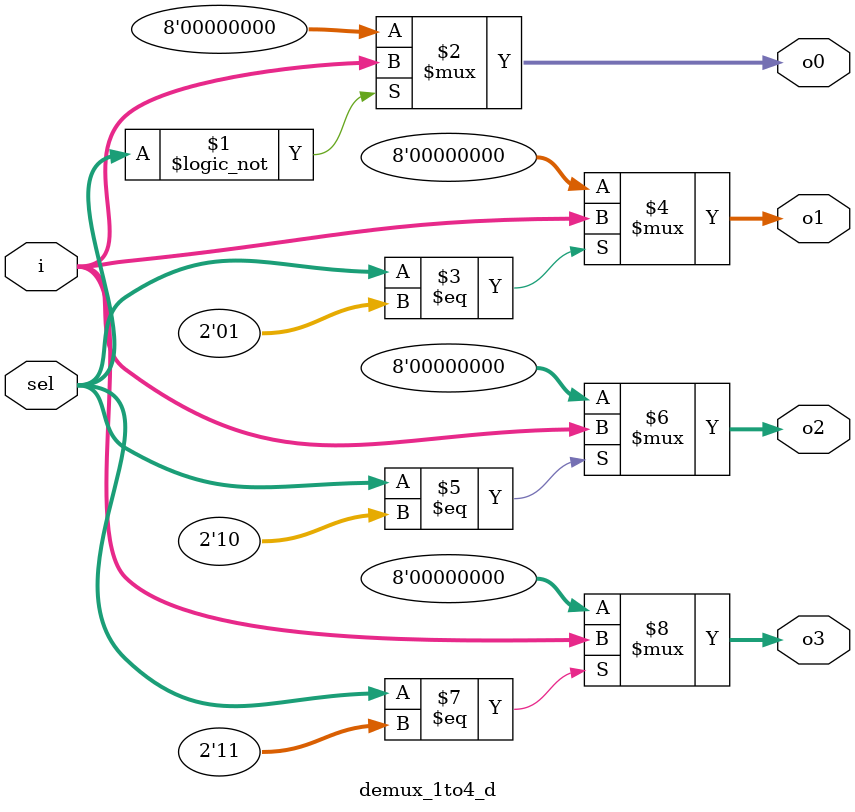
<source format=v>
module demux_1to4_d #(parameter width = 8)(
    input wire [width-1:0] i,
    input wire [1:0] sel,
    output [width-1:0] o0,
    output [width-1:0] o1,
    output [width-1:0] o2,
    output [width-1:0] o3
);

    assign o0 = (sel == 2'b00) ? i : {width{1'b0}};
    assign o1 = (sel == 2'b01) ? i : {width{1'b0}};
    assign o2 = (sel == 2'b10) ? i : {width{1'b0}};
    assign o3 = (sel == 2'b11) ? i : {width{1'b0}};

endmodule

</source>
